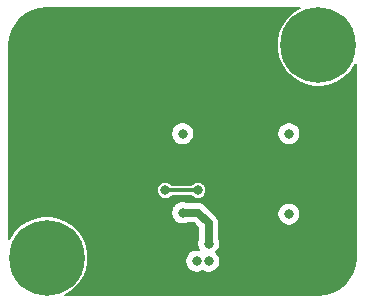
<source format=gbr>
G04 #@! TF.GenerationSoftware,KiCad,Pcbnew,(5.1.4)-1*
G04 #@! TF.CreationDate,2021-01-17T18:18:24-03:30*
G04 #@! TF.ProjectId,RGB_Breakout,5247425f-4272-4656-916b-6f75742e6b69,V1.0*
G04 #@! TF.SameCoordinates,Original*
G04 #@! TF.FileFunction,Copper,L2,Bot*
G04 #@! TF.FilePolarity,Positive*
%FSLAX46Y46*%
G04 Gerber Fmt 4.6, Leading zero omitted, Abs format (unit mm)*
G04 Created by KiCad (PCBNEW (5.1.4)-1) date 2021-01-17 18:18:24*
%MOMM*%
%LPD*%
G04 APERTURE LIST*
%ADD10C,6.400000*%
%ADD11C,0.800000*%
%ADD12C,0.304800*%
%ADD13C,0.635000*%
%ADD14C,0.128000*%
G04 APERTURE END LIST*
D10*
X76500000Y-128500000D03*
X53500000Y-146500000D03*
D11*
X69660000Y-147600000D03*
X77800000Y-139480000D03*
X77800000Y-147640001D03*
X52500000Y-127500000D03*
X63545200Y-140800000D03*
X66300000Y-140800002D03*
X67200000Y-145300000D03*
X66200000Y-146800000D03*
X67200000Y-146800000D03*
X62600000Y-145300000D03*
X62600000Y-146800000D03*
X63600000Y-146800000D03*
X56400000Y-139400000D03*
X65000000Y-139100000D03*
X74000000Y-139000000D03*
X74000000Y-132300000D03*
X65000000Y-132200000D03*
X56500000Y-132600000D03*
X60660000Y-127500000D03*
X68820000Y-127500000D03*
X52500000Y-135660000D03*
X65000000Y-142700000D03*
X74000000Y-142800000D03*
X74000000Y-136000000D03*
X65000000Y-136000000D03*
D12*
X66299998Y-140800000D02*
X66300000Y-140800002D01*
X63545200Y-140800000D02*
X66299998Y-140800000D01*
D13*
X65000000Y-142700000D02*
X66300000Y-142700000D01*
X67200000Y-143600000D02*
X67200000Y-145300000D01*
X66300000Y-142700000D02*
X67200000Y-143600000D01*
D14*
G36*
X74833602Y-125382389D02*
G01*
X74257406Y-125767391D01*
X73767391Y-126257406D01*
X73382389Y-126833602D01*
X73117195Y-127473837D01*
X72982000Y-128153507D01*
X72982000Y-128846493D01*
X73117195Y-129526163D01*
X73382389Y-130166398D01*
X73767391Y-130742594D01*
X74257406Y-131232609D01*
X74833602Y-131617611D01*
X75473837Y-131882805D01*
X76153507Y-132018000D01*
X76846493Y-132018000D01*
X77526163Y-131882805D01*
X78166398Y-131617611D01*
X78742594Y-131232609D01*
X79232609Y-130742594D01*
X79617611Y-130166398D01*
X79657000Y-130071304D01*
X79657001Y-146483214D01*
X79595262Y-147112876D01*
X79417270Y-147702413D01*
X79128162Y-148246146D01*
X78738947Y-148723373D01*
X78264455Y-149115906D01*
X77722746Y-149408807D01*
X77134470Y-149590908D01*
X76505863Y-149656977D01*
X76499382Y-149657000D01*
X55071305Y-149657000D01*
X55166398Y-149617611D01*
X55742594Y-149232609D01*
X56232609Y-148742594D01*
X56617611Y-148166398D01*
X56882805Y-147526163D01*
X57018000Y-146846493D01*
X57018000Y-146153507D01*
X56882805Y-145473837D01*
X56617611Y-144833602D01*
X56232609Y-144257406D01*
X55742594Y-143767391D01*
X55166398Y-143382389D01*
X54526163Y-143117195D01*
X53846493Y-142982000D01*
X53153507Y-142982000D01*
X52473837Y-143117195D01*
X51833602Y-143382389D01*
X51257406Y-143767391D01*
X50767391Y-144257406D01*
X50382389Y-144833602D01*
X50343000Y-144928695D01*
X50343000Y-142604266D01*
X64028000Y-142604266D01*
X64028000Y-142795734D01*
X64065354Y-142983522D01*
X64138625Y-143160415D01*
X64244998Y-143319614D01*
X64380386Y-143455002D01*
X64539585Y-143561375D01*
X64716478Y-143634646D01*
X64904266Y-143672000D01*
X65095734Y-143672000D01*
X65283522Y-143634646D01*
X65392515Y-143589500D01*
X65931558Y-143589500D01*
X66310500Y-143968443D01*
X66310501Y-144907483D01*
X66265354Y-145016478D01*
X66228000Y-145204266D01*
X66228000Y-145395734D01*
X66265354Y-145583522D01*
X66338625Y-145760415D01*
X66397280Y-145848199D01*
X66295734Y-145828000D01*
X66104266Y-145828000D01*
X65916478Y-145865354D01*
X65739585Y-145938625D01*
X65580386Y-146044998D01*
X65444998Y-146180386D01*
X65338625Y-146339585D01*
X65265354Y-146516478D01*
X65228000Y-146704266D01*
X65228000Y-146895734D01*
X65265354Y-147083522D01*
X65338625Y-147260415D01*
X65444998Y-147419614D01*
X65580386Y-147555002D01*
X65739585Y-147661375D01*
X65916478Y-147734646D01*
X66104266Y-147772000D01*
X66295734Y-147772000D01*
X66483522Y-147734646D01*
X66660415Y-147661375D01*
X66700000Y-147634925D01*
X66739585Y-147661375D01*
X66916478Y-147734646D01*
X67104266Y-147772000D01*
X67295734Y-147772000D01*
X67483522Y-147734646D01*
X67660415Y-147661375D01*
X67819614Y-147555002D01*
X67955002Y-147419614D01*
X68061375Y-147260415D01*
X68134646Y-147083522D01*
X68172000Y-146895734D01*
X68172000Y-146704266D01*
X68134646Y-146516478D01*
X68061375Y-146339585D01*
X67955002Y-146180386D01*
X67824616Y-146050000D01*
X67955002Y-145919614D01*
X68061375Y-145760415D01*
X68134646Y-145583522D01*
X68172000Y-145395734D01*
X68172000Y-145204266D01*
X68134646Y-145016478D01*
X68089500Y-144907485D01*
X68089500Y-143643679D01*
X68093802Y-143599999D01*
X68089500Y-143556320D01*
X68089500Y-143556311D01*
X68076629Y-143425628D01*
X68025766Y-143257956D01*
X67943170Y-143103430D01*
X67832014Y-142967986D01*
X67798081Y-142940138D01*
X67562209Y-142704266D01*
X73028000Y-142704266D01*
X73028000Y-142895734D01*
X73065354Y-143083522D01*
X73138625Y-143260415D01*
X73244998Y-143419614D01*
X73380386Y-143555002D01*
X73539585Y-143661375D01*
X73716478Y-143734646D01*
X73904266Y-143772000D01*
X74095734Y-143772000D01*
X74283522Y-143734646D01*
X74460415Y-143661375D01*
X74619614Y-143555002D01*
X74755002Y-143419614D01*
X74861375Y-143260415D01*
X74934646Y-143083522D01*
X74972000Y-142895734D01*
X74972000Y-142704266D01*
X74934646Y-142516478D01*
X74861375Y-142339585D01*
X74755002Y-142180386D01*
X74619614Y-142044998D01*
X74460415Y-141938625D01*
X74283522Y-141865354D01*
X74095734Y-141828000D01*
X73904266Y-141828000D01*
X73716478Y-141865354D01*
X73539585Y-141938625D01*
X73380386Y-142044998D01*
X73244998Y-142180386D01*
X73138625Y-142339585D01*
X73065354Y-142516478D01*
X73028000Y-142704266D01*
X67562209Y-142704266D01*
X66959867Y-142101925D01*
X66932014Y-142067986D01*
X66796570Y-141956830D01*
X66642044Y-141874234D01*
X66474372Y-141823371D01*
X66343689Y-141810500D01*
X66343679Y-141810500D01*
X66300000Y-141806198D01*
X66256321Y-141810500D01*
X65392515Y-141810500D01*
X65283522Y-141765354D01*
X65095734Y-141728000D01*
X64904266Y-141728000D01*
X64716478Y-141765354D01*
X64539585Y-141838625D01*
X64380386Y-141944998D01*
X64244998Y-142080386D01*
X64138625Y-142239585D01*
X64065354Y-142416478D01*
X64028000Y-142604266D01*
X50343000Y-142604266D01*
X50343000Y-140729283D01*
X62827200Y-140729283D01*
X62827200Y-140870717D01*
X62854792Y-141009433D01*
X62908917Y-141140100D01*
X62987493Y-141257698D01*
X63087502Y-141357707D01*
X63205100Y-141436283D01*
X63335767Y-141490408D01*
X63474483Y-141518000D01*
X63615917Y-141518000D01*
X63754633Y-141490408D01*
X63885300Y-141436283D01*
X64002898Y-141357707D01*
X64090205Y-141270400D01*
X65754993Y-141270400D01*
X65842302Y-141357709D01*
X65959900Y-141436285D01*
X66090567Y-141490410D01*
X66229283Y-141518002D01*
X66370717Y-141518002D01*
X66509433Y-141490410D01*
X66640100Y-141436285D01*
X66757698Y-141357709D01*
X66857707Y-141257700D01*
X66936283Y-141140102D01*
X66990408Y-141009435D01*
X67018000Y-140870719D01*
X67018000Y-140729285D01*
X66990408Y-140590569D01*
X66936283Y-140459902D01*
X66857707Y-140342304D01*
X66757698Y-140242295D01*
X66640100Y-140163719D01*
X66509433Y-140109594D01*
X66370717Y-140082002D01*
X66229283Y-140082002D01*
X66090567Y-140109594D01*
X65959900Y-140163719D01*
X65842302Y-140242295D01*
X65754997Y-140329600D01*
X64090205Y-140329600D01*
X64002898Y-140242293D01*
X63885300Y-140163717D01*
X63754633Y-140109592D01*
X63615917Y-140082000D01*
X63474483Y-140082000D01*
X63335767Y-140109592D01*
X63205100Y-140163717D01*
X63087502Y-140242293D01*
X62987493Y-140342302D01*
X62908917Y-140459900D01*
X62854792Y-140590567D01*
X62827200Y-140729283D01*
X50343000Y-140729283D01*
X50343000Y-135904266D01*
X64028000Y-135904266D01*
X64028000Y-136095734D01*
X64065354Y-136283522D01*
X64138625Y-136460415D01*
X64244998Y-136619614D01*
X64380386Y-136755002D01*
X64539585Y-136861375D01*
X64716478Y-136934646D01*
X64904266Y-136972000D01*
X65095734Y-136972000D01*
X65283522Y-136934646D01*
X65460415Y-136861375D01*
X65619614Y-136755002D01*
X65755002Y-136619614D01*
X65861375Y-136460415D01*
X65934646Y-136283522D01*
X65972000Y-136095734D01*
X65972000Y-135904266D01*
X73028000Y-135904266D01*
X73028000Y-136095734D01*
X73065354Y-136283522D01*
X73138625Y-136460415D01*
X73244998Y-136619614D01*
X73380386Y-136755002D01*
X73539585Y-136861375D01*
X73716478Y-136934646D01*
X73904266Y-136972000D01*
X74095734Y-136972000D01*
X74283522Y-136934646D01*
X74460415Y-136861375D01*
X74619614Y-136755002D01*
X74755002Y-136619614D01*
X74861375Y-136460415D01*
X74934646Y-136283522D01*
X74972000Y-136095734D01*
X74972000Y-135904266D01*
X74934646Y-135716478D01*
X74861375Y-135539585D01*
X74755002Y-135380386D01*
X74619614Y-135244998D01*
X74460415Y-135138625D01*
X74283522Y-135065354D01*
X74095734Y-135028000D01*
X73904266Y-135028000D01*
X73716478Y-135065354D01*
X73539585Y-135138625D01*
X73380386Y-135244998D01*
X73244998Y-135380386D01*
X73138625Y-135539585D01*
X73065354Y-135716478D01*
X73028000Y-135904266D01*
X65972000Y-135904266D01*
X65934646Y-135716478D01*
X65861375Y-135539585D01*
X65755002Y-135380386D01*
X65619614Y-135244998D01*
X65460415Y-135138625D01*
X65283522Y-135065354D01*
X65095734Y-135028000D01*
X64904266Y-135028000D01*
X64716478Y-135065354D01*
X64539585Y-135138625D01*
X64380386Y-135244998D01*
X64244998Y-135380386D01*
X64138625Y-135539585D01*
X64065354Y-135716478D01*
X64028000Y-135904266D01*
X50343000Y-135904266D01*
X50343000Y-128516776D01*
X50404738Y-127887124D01*
X50582730Y-127297587D01*
X50871838Y-126753853D01*
X51261053Y-126276627D01*
X51735545Y-125884094D01*
X52277246Y-125591196D01*
X52865529Y-125409092D01*
X53494137Y-125343023D01*
X53500618Y-125343000D01*
X74928695Y-125343000D01*
X74833602Y-125382389D01*
X74833602Y-125382389D01*
G37*
X74833602Y-125382389D02*
X74257406Y-125767391D01*
X73767391Y-126257406D01*
X73382389Y-126833602D01*
X73117195Y-127473837D01*
X72982000Y-128153507D01*
X72982000Y-128846493D01*
X73117195Y-129526163D01*
X73382389Y-130166398D01*
X73767391Y-130742594D01*
X74257406Y-131232609D01*
X74833602Y-131617611D01*
X75473837Y-131882805D01*
X76153507Y-132018000D01*
X76846493Y-132018000D01*
X77526163Y-131882805D01*
X78166398Y-131617611D01*
X78742594Y-131232609D01*
X79232609Y-130742594D01*
X79617611Y-130166398D01*
X79657000Y-130071304D01*
X79657001Y-146483214D01*
X79595262Y-147112876D01*
X79417270Y-147702413D01*
X79128162Y-148246146D01*
X78738947Y-148723373D01*
X78264455Y-149115906D01*
X77722746Y-149408807D01*
X77134470Y-149590908D01*
X76505863Y-149656977D01*
X76499382Y-149657000D01*
X55071305Y-149657000D01*
X55166398Y-149617611D01*
X55742594Y-149232609D01*
X56232609Y-148742594D01*
X56617611Y-148166398D01*
X56882805Y-147526163D01*
X57018000Y-146846493D01*
X57018000Y-146153507D01*
X56882805Y-145473837D01*
X56617611Y-144833602D01*
X56232609Y-144257406D01*
X55742594Y-143767391D01*
X55166398Y-143382389D01*
X54526163Y-143117195D01*
X53846493Y-142982000D01*
X53153507Y-142982000D01*
X52473837Y-143117195D01*
X51833602Y-143382389D01*
X51257406Y-143767391D01*
X50767391Y-144257406D01*
X50382389Y-144833602D01*
X50343000Y-144928695D01*
X50343000Y-142604266D01*
X64028000Y-142604266D01*
X64028000Y-142795734D01*
X64065354Y-142983522D01*
X64138625Y-143160415D01*
X64244998Y-143319614D01*
X64380386Y-143455002D01*
X64539585Y-143561375D01*
X64716478Y-143634646D01*
X64904266Y-143672000D01*
X65095734Y-143672000D01*
X65283522Y-143634646D01*
X65392515Y-143589500D01*
X65931558Y-143589500D01*
X66310500Y-143968443D01*
X66310501Y-144907483D01*
X66265354Y-145016478D01*
X66228000Y-145204266D01*
X66228000Y-145395734D01*
X66265354Y-145583522D01*
X66338625Y-145760415D01*
X66397280Y-145848199D01*
X66295734Y-145828000D01*
X66104266Y-145828000D01*
X65916478Y-145865354D01*
X65739585Y-145938625D01*
X65580386Y-146044998D01*
X65444998Y-146180386D01*
X65338625Y-146339585D01*
X65265354Y-146516478D01*
X65228000Y-146704266D01*
X65228000Y-146895734D01*
X65265354Y-147083522D01*
X65338625Y-147260415D01*
X65444998Y-147419614D01*
X65580386Y-147555002D01*
X65739585Y-147661375D01*
X65916478Y-147734646D01*
X66104266Y-147772000D01*
X66295734Y-147772000D01*
X66483522Y-147734646D01*
X66660415Y-147661375D01*
X66700000Y-147634925D01*
X66739585Y-147661375D01*
X66916478Y-147734646D01*
X67104266Y-147772000D01*
X67295734Y-147772000D01*
X67483522Y-147734646D01*
X67660415Y-147661375D01*
X67819614Y-147555002D01*
X67955002Y-147419614D01*
X68061375Y-147260415D01*
X68134646Y-147083522D01*
X68172000Y-146895734D01*
X68172000Y-146704266D01*
X68134646Y-146516478D01*
X68061375Y-146339585D01*
X67955002Y-146180386D01*
X67824616Y-146050000D01*
X67955002Y-145919614D01*
X68061375Y-145760415D01*
X68134646Y-145583522D01*
X68172000Y-145395734D01*
X68172000Y-145204266D01*
X68134646Y-145016478D01*
X68089500Y-144907485D01*
X68089500Y-143643679D01*
X68093802Y-143599999D01*
X68089500Y-143556320D01*
X68089500Y-143556311D01*
X68076629Y-143425628D01*
X68025766Y-143257956D01*
X67943170Y-143103430D01*
X67832014Y-142967986D01*
X67798081Y-142940138D01*
X67562209Y-142704266D01*
X73028000Y-142704266D01*
X73028000Y-142895734D01*
X73065354Y-143083522D01*
X73138625Y-143260415D01*
X73244998Y-143419614D01*
X73380386Y-143555002D01*
X73539585Y-143661375D01*
X73716478Y-143734646D01*
X73904266Y-143772000D01*
X74095734Y-143772000D01*
X74283522Y-143734646D01*
X74460415Y-143661375D01*
X74619614Y-143555002D01*
X74755002Y-143419614D01*
X74861375Y-143260415D01*
X74934646Y-143083522D01*
X74972000Y-142895734D01*
X74972000Y-142704266D01*
X74934646Y-142516478D01*
X74861375Y-142339585D01*
X74755002Y-142180386D01*
X74619614Y-142044998D01*
X74460415Y-141938625D01*
X74283522Y-141865354D01*
X74095734Y-141828000D01*
X73904266Y-141828000D01*
X73716478Y-141865354D01*
X73539585Y-141938625D01*
X73380386Y-142044998D01*
X73244998Y-142180386D01*
X73138625Y-142339585D01*
X73065354Y-142516478D01*
X73028000Y-142704266D01*
X67562209Y-142704266D01*
X66959867Y-142101925D01*
X66932014Y-142067986D01*
X66796570Y-141956830D01*
X66642044Y-141874234D01*
X66474372Y-141823371D01*
X66343689Y-141810500D01*
X66343679Y-141810500D01*
X66300000Y-141806198D01*
X66256321Y-141810500D01*
X65392515Y-141810500D01*
X65283522Y-141765354D01*
X65095734Y-141728000D01*
X64904266Y-141728000D01*
X64716478Y-141765354D01*
X64539585Y-141838625D01*
X64380386Y-141944998D01*
X64244998Y-142080386D01*
X64138625Y-142239585D01*
X64065354Y-142416478D01*
X64028000Y-142604266D01*
X50343000Y-142604266D01*
X50343000Y-140729283D01*
X62827200Y-140729283D01*
X62827200Y-140870717D01*
X62854792Y-141009433D01*
X62908917Y-141140100D01*
X62987493Y-141257698D01*
X63087502Y-141357707D01*
X63205100Y-141436283D01*
X63335767Y-141490408D01*
X63474483Y-141518000D01*
X63615917Y-141518000D01*
X63754633Y-141490408D01*
X63885300Y-141436283D01*
X64002898Y-141357707D01*
X64090205Y-141270400D01*
X65754993Y-141270400D01*
X65842302Y-141357709D01*
X65959900Y-141436285D01*
X66090567Y-141490410D01*
X66229283Y-141518002D01*
X66370717Y-141518002D01*
X66509433Y-141490410D01*
X66640100Y-141436285D01*
X66757698Y-141357709D01*
X66857707Y-141257700D01*
X66936283Y-141140102D01*
X66990408Y-141009435D01*
X67018000Y-140870719D01*
X67018000Y-140729285D01*
X66990408Y-140590569D01*
X66936283Y-140459902D01*
X66857707Y-140342304D01*
X66757698Y-140242295D01*
X66640100Y-140163719D01*
X66509433Y-140109594D01*
X66370717Y-140082002D01*
X66229283Y-140082002D01*
X66090567Y-140109594D01*
X65959900Y-140163719D01*
X65842302Y-140242295D01*
X65754997Y-140329600D01*
X64090205Y-140329600D01*
X64002898Y-140242293D01*
X63885300Y-140163717D01*
X63754633Y-140109592D01*
X63615917Y-140082000D01*
X63474483Y-140082000D01*
X63335767Y-140109592D01*
X63205100Y-140163717D01*
X63087502Y-140242293D01*
X62987493Y-140342302D01*
X62908917Y-140459900D01*
X62854792Y-140590567D01*
X62827200Y-140729283D01*
X50343000Y-140729283D01*
X50343000Y-135904266D01*
X64028000Y-135904266D01*
X64028000Y-136095734D01*
X64065354Y-136283522D01*
X64138625Y-136460415D01*
X64244998Y-136619614D01*
X64380386Y-136755002D01*
X64539585Y-136861375D01*
X64716478Y-136934646D01*
X64904266Y-136972000D01*
X65095734Y-136972000D01*
X65283522Y-136934646D01*
X65460415Y-136861375D01*
X65619614Y-136755002D01*
X65755002Y-136619614D01*
X65861375Y-136460415D01*
X65934646Y-136283522D01*
X65972000Y-136095734D01*
X65972000Y-135904266D01*
X73028000Y-135904266D01*
X73028000Y-136095734D01*
X73065354Y-136283522D01*
X73138625Y-136460415D01*
X73244998Y-136619614D01*
X73380386Y-136755002D01*
X73539585Y-136861375D01*
X73716478Y-136934646D01*
X73904266Y-136972000D01*
X74095734Y-136972000D01*
X74283522Y-136934646D01*
X74460415Y-136861375D01*
X74619614Y-136755002D01*
X74755002Y-136619614D01*
X74861375Y-136460415D01*
X74934646Y-136283522D01*
X74972000Y-136095734D01*
X74972000Y-135904266D01*
X74934646Y-135716478D01*
X74861375Y-135539585D01*
X74755002Y-135380386D01*
X74619614Y-135244998D01*
X74460415Y-135138625D01*
X74283522Y-135065354D01*
X74095734Y-135028000D01*
X73904266Y-135028000D01*
X73716478Y-135065354D01*
X73539585Y-135138625D01*
X73380386Y-135244998D01*
X73244998Y-135380386D01*
X73138625Y-135539585D01*
X73065354Y-135716478D01*
X73028000Y-135904266D01*
X65972000Y-135904266D01*
X65934646Y-135716478D01*
X65861375Y-135539585D01*
X65755002Y-135380386D01*
X65619614Y-135244998D01*
X65460415Y-135138625D01*
X65283522Y-135065354D01*
X65095734Y-135028000D01*
X64904266Y-135028000D01*
X64716478Y-135065354D01*
X64539585Y-135138625D01*
X64380386Y-135244998D01*
X64244998Y-135380386D01*
X64138625Y-135539585D01*
X64065354Y-135716478D01*
X64028000Y-135904266D01*
X50343000Y-135904266D01*
X50343000Y-128516776D01*
X50404738Y-127887124D01*
X50582730Y-127297587D01*
X50871838Y-126753853D01*
X51261053Y-126276627D01*
X51735545Y-125884094D01*
X52277246Y-125591196D01*
X52865529Y-125409092D01*
X53494137Y-125343023D01*
X53500618Y-125343000D01*
X74928695Y-125343000D01*
X74833602Y-125382389D01*
M02*

</source>
